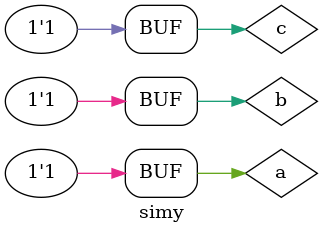
<source format=v>
`timescale 1ns / 1ps

module simy();
    reg a, b; wire c;

    assign c = a & b;

    initial
    begin
        a = 0; b = 0; #5;
        a = 0; b = 1; #5;
        a = 1; b = 0; #5;
        a = 1; b = 1; #5;
    end
endmodule
</source>
